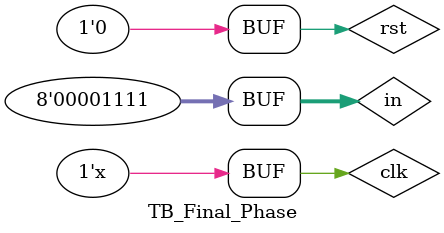
<source format=v>
`timescale 1ns / 1ps


module TB_Final_Phase;

	// Inputs
	reg rst;
	reg clk;
	reg [7:0] in;

	// Outputs
	wire [6:0] Reg1_out;
	wire [6:0] Reg2_out;

	// Instantiate the Unit Under Test (UUT)
	final_phase uut (
		.rst(rst), 
		.clk(clk), 
		.in(in), 
		.Reg1_out(Reg1_out), 
		.Reg2_out(Reg2_out)
	);

	initial begin
		// Initialize Inputs
		rst = 1;
		clk = 0;
		in = 0;

		// Wait 100 ns for global reset to finish
		#100;
        
		// Add stimulus here
rst = 0;
		clk = 0;
		in = 15;
		#100;
	end
      always #10 clk = ~clk ;
endmodule


</source>
